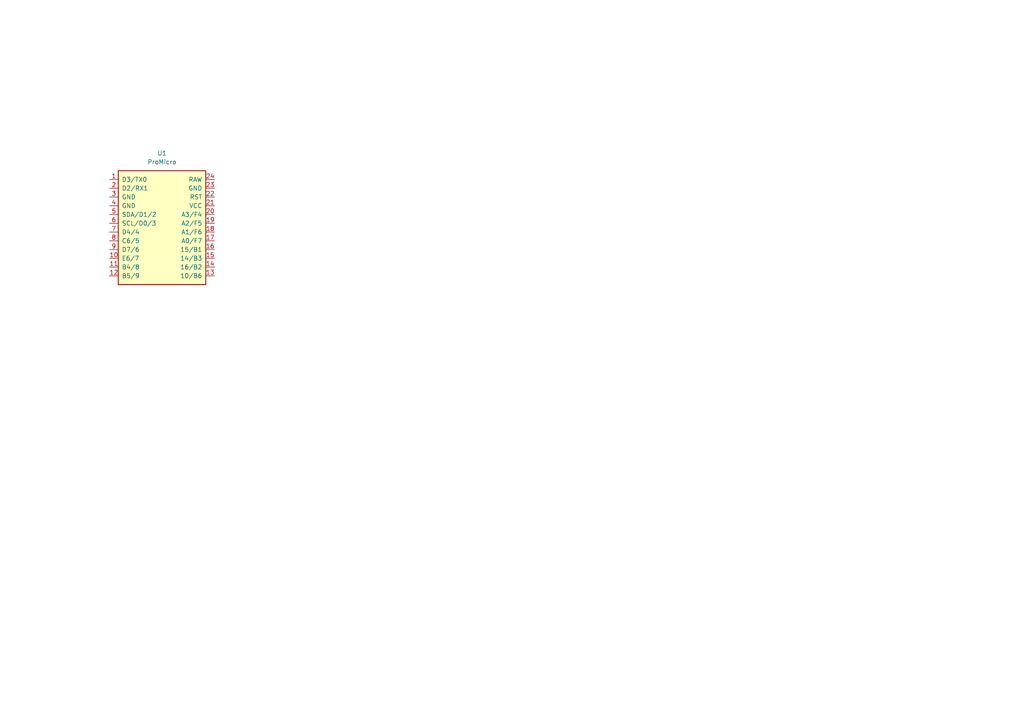
<source format=kicad_sch>
(kicad_sch (version 20250114) (generator "eeschema") (generator_version "9.0")
  (paper "A4")
  (lib_symbols
    (symbol "BrownSugar_KBD:ProMicro" (pin_names (offset 1.016))
      (property "Reference" "U" (at 0 17.78 0))
      (property "Value" "ProMicro" (at 0 -17.78 0))
      (symbol "ProMicro_0_1"
        (rectangle (start -12.7 16.51) (end 12.7 -16.51) (stroke (width 0.254)) (fill (type background)))
      )
      (symbol "ProMicro_1_1"
        (pin bidirectional line (at -15.24 13.97 0) (length 2.54) (name "D3/TX0") (number "1"))
        (pin bidirectional line (at -15.24 11.43 0) (length 2.54) (name "D2/RX1") (number "2"))
        (pin power_in line (at -15.24 8.89 0) (length 2.54) (name "GND") (number "3"))
        (pin power_in line (at -15.24 6.35 0) (length 2.54) (name "GND") (number "4"))
        (pin bidirectional line (at -15.24 3.81 0) (length 2.54) (name "SDA/D1/2") (number "5"))
        (pin bidirectional line (at -15.24 1.27 0) (length 2.54) (name "SCL/D0/3") (number "6"))
        (pin bidirectional line (at -15.24 -1.27 0) (length 2.54) (name "D4/4") (number "7"))
        (pin bidirectional line (at -15.24 -3.81 0) (length 2.54) (name "C6/5") (number "8"))
        (pin bidirectional line (at -15.24 -6.35 0) (length 2.54) (name "D7/6") (number "9"))
        (pin bidirectional line (at -15.24 -8.89 0) (length 2.54) (name "E6/7") (number "10"))
        (pin bidirectional line (at -15.24 -11.43 0) (length 2.54) (name "B4/8") (number "11"))
        (pin bidirectional line (at -15.24 -13.97 0) (length 2.54) (name "B5/9") (number "12"))
        (pin power_in line (at 15.24 13.97 180) (length 2.54) (name "RAW") (number "24"))
        (pin power_in line (at 15.24 11.43 180) (length 2.54) (name "GND") (number "23"))
        (pin input line (at 15.24 8.89 180) (length 2.54) (name "RST") (number "22"))
        (pin power_in line (at 15.24 6.35 180) (length 2.54) (name "VCC") (number "21"))
        (pin bidirectional line (at 15.24 3.81 180) (length 2.54) (name "A3/F4") (number "20"))
        (pin bidirectional line (at 15.24 1.27 180) (length 2.54) (name "A2/F5") (number "19"))
        (pin bidirectional line (at 15.24 -1.27 180) (length 2.54) (name "A1/F6") (number "18"))
        (pin bidirectional line (at 15.24 -3.81 180) (length 2.54) (name "A0/F7") (number "17"))
        (pin bidirectional line (at 15.24 -6.35 180) (length 2.54) (name "15/B1") (number "16"))
        (pin bidirectional line (at 15.24 -8.89 180) (length 2.54) (name "14/B3") (number "15"))
        (pin bidirectional line (at 15.24 -11.43 180) (length 2.54) (name "16/B2") (number "14"))
        (pin bidirectional line (at 15.24 -13.97 180) (length 2.54) (name "10/B6") (number "13"))
      )
    )
  )
  (symbol (lib_id "BrownSugar_KBD:ProMicro") (at 46.99 66.04 0) (unit 1)
    (property "Reference" "U1" (at 46.99 44.45 0))
    (property "Value" "ProMicro" (at 46.99 46.99 0))
    (property "Footprint" "BrownSugar_KBD:ProMicro" (effects (hide yes)))
  )
)
</source>
